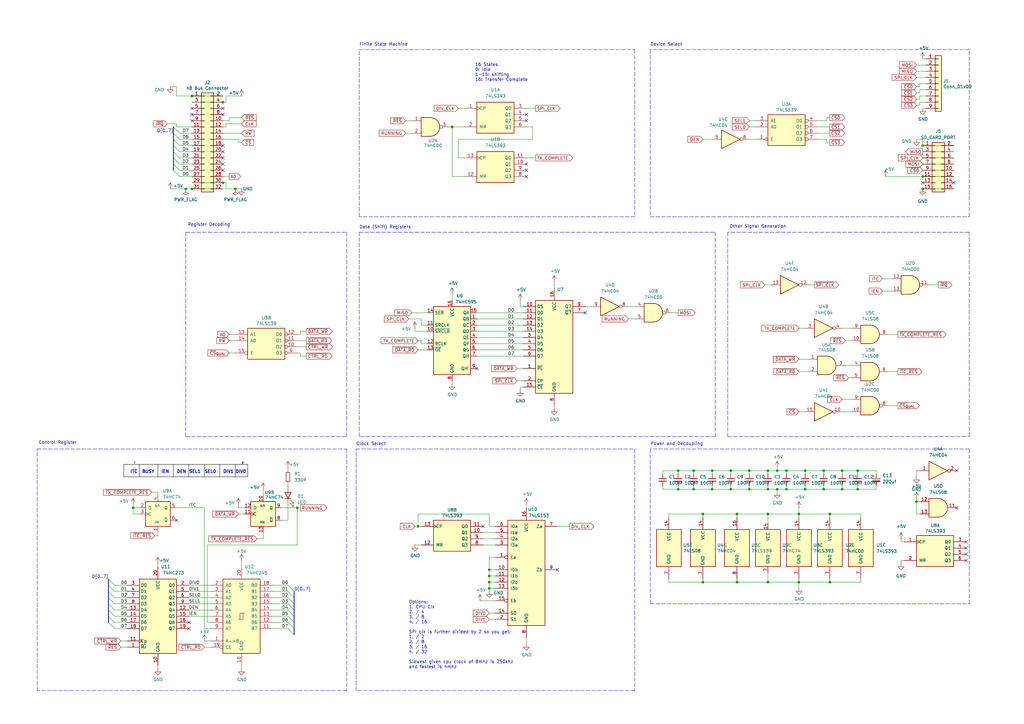
<source format=kicad_sch>
(kicad_sch (version 20231120) (generator "eeschema") (generator_version "8.0")
  (paper "A3")
  (junction (at 378.46 77.47))
  (junction (at 292.1 200.66))
  (junction (at 314.96 193.04))
  (junction (at 299.72 193.04))
  (junction (at 200.66 238.76))
  (junction (at 322.58 200.66))
  (junction (at 340.36 238.76))
  (junction (at 121.92 208.28))
  (junction (at 330.2 200.66))
  (junction (at 54.61 208.28))
  (junction (at 278.13 193.04))
  (junction (at 351.79 200.66))
  (junction (at 299.72 200.66))
  (junction (at 200.66 233.68))
  (junction (at 302.26 238.76))
  (junction (at 375.92 205.74))
  (junction (at 337.82 193.04))
  (junction (at 78.74 77.47))
  (junction (at 288.29 238.76))
  (junction (at 76.2 77.47))
  (junction (at 314.96 200.66))
  (junction (at 288.29 210.82))
  (junction (at 284.48 193.04))
  (junction (at 91.44 41.91))
  (junction (at 314.96 210.82))
  (junction (at 171.45 215.9))
  (junction (at 200.66 241.3))
  (junction (at 330.2 193.04))
  (junction (at 378.46 72.39))
  (junction (at 302.26 210.82))
  (junction (at 200.66 236.22))
  (junction (at 318.77 193.04))
  (junction (at 278.13 200.66))
  (junction (at 307.34 193.04))
  (junction (at 307.34 200.66))
  (junction (at 91.44 74.93))
  (junction (at 314.96 238.76))
  (junction (at 351.79 193.04))
  (junction (at 345.44 200.66))
  (junction (at 318.77 200.66))
  (junction (at 345.44 193.04))
  (junction (at 378.46 59.69))
  (junction (at 292.1 193.04))
  (junction (at 96.52 77.47))
  (junction (at 340.36 210.82))
  (junction (at 185.42 52.07))
  (junction (at 327.66 210.82))
  (junction (at 284.48 200.66))
  (junction (at 337.82 200.66))
  (junction (at 78.74 39.37))
  (junction (at 322.58 193.04))
  (junction (at 327.66 238.76))
  (no_connect (at 378.46 74.93))
  (no_connect (at 195.58 151.13))
  (no_connect (at 91.44 59.69))
  (no_connect (at 215.9 46.99))
  (no_connect (at 391.16 74.93))
  (no_connect (at 91.44 46.99))
  (no_connect (at 396.24 222.25))
  (no_connect (at 78.74 44.45))
  (no_connect (at 215.9 69.85))
  (no_connect (at 72.39 213.36))
  (no_connect (at 215.9 49.53))
  (no_connect (at 396.24 227.33))
  (no_connect (at 91.44 62.23))
  (no_connect (at 78.74 46.99))
  (no_connect (at 215.9 67.31))
  (no_connect (at 91.44 44.45))
  (no_connect (at 78.74 49.53))
  (no_connect (at 91.44 64.77))
  (no_connect (at 392.43 193.04))
  (no_connect (at 77.47 255.27))
  (no_connect (at 228.6 233.68))
  (no_connect (at 198.12 215.9))
  (no_connect (at 91.44 67.31))
  (no_connect (at 77.47 257.81))
  (no_connect (at 396.24 229.87))
  (no_connect (at 240.03 128.27))
  (no_connect (at 396.24 224.79))
  (no_connect (at 215.9 72.39))
  (no_connect (at 91.44 69.85))
  (no_connect (at 392.43 208.28))
  (bus_entry (at 44.45 237.49) (size 2.54 2.54))
  (bus_entry (at 73.66 69.85) (size -2.54 -2.54))
  (bus_entry (at 73.66 62.23) (size -2.54 -2.54))
  (bus_entry (at 118.11 250.19) (size 2.54 2.54))
  (bus_entry (at 44.45 242.57) (size 2.54 2.54))
  (bus_entry (at 118.11 242.57) (size 2.54 2.54))
  (bus_entry (at 118.11 245.11) (size 2.54 2.54))
  (bus_entry (at 73.66 54.61) (size -2.54 -2.54))
  (bus_entry (at 73.66 57.15) (size -2.54 -2.54))
  (bus_entry (at 118.11 247.65) (size 2.54 2.54))
  (bus_entry (at 44.45 250.19) (size 2.54 2.54))
  (bus_entry (at 118.11 252.73) (size 2.54 2.54))
  (bus_entry (at 44.45 252.73) (size 2.54 2.54))
  (bus_entry (at 73.66 64.77) (size -2.54 -2.54))
  (bus_entry (at 44.45 255.27) (size 2.54 2.54))
  (bus_entry (at 118.11 240.03) (size 2.54 2.54))
  (bus_entry (at 118.11 255.27) (size 2.54 2.54))
  (bus_entry (at 118.11 257.81) (size 2.54 2.54))
  (bus_entry (at 73.66 59.69) (size -2.54 -2.54))
  (bus_entry (at 73.66 67.31) (size -2.54 -2.54))
  (bus_entry (at 44.45 245.11) (size 2.54 2.54))
  (bus_entry (at 73.66 72.39) (size -2.54 -2.54))
  (bus_entry (at 44.45 247.65) (size 2.54 2.54))
  (bus_entry (at 44.45 240.03) (size 2.54 2.54))
  (wire (pts (xy 378.46 62.23) (xy 391.16 62.23)))
  (wire (pts (xy 361.95 114.3) (xy 365.76 114.3)))
  (wire (pts (xy 185.42 72.39) (xy 185.42 52.07)))
  (wire (pts (xy 215.9 207.01) (xy 215.9 208.28)))
  (wire (pts (xy 347.98 154.94) (xy 349.25 154.94)))
  (wire (pts (xy 77.47 245.11) (xy 86.36 245.11)))
  (polyline (pts (xy 15.24 184.15) (xy 142.24 184.15)) (stroke (width 0) (type dash)))
  (wire (pts (xy 111.76 242.57) (xy 118.11 242.57)))
  (wire (pts (xy 203.2 238.76) (xy 200.66 238.76)))
  (wire (pts (xy 77.47 240.03) (xy 86.36 240.03)))
  (wire (pts (xy 121.92 208.28) (xy 123.19 208.28)))
  (wire (pts (xy 327.66 238.76) (xy 340.36 238.76)))
  (wire (pts (xy 46.99 240.03) (xy 52.07 240.03)))
  (wire (pts (xy 271.78 200.66) (xy 278.13 200.66)))
  (wire (pts (xy 318.77 193.04) (xy 322.58 193.04)))
  (wire (pts (xy 284.48 193.04) (xy 284.48 194.31)))
  (wire (pts (xy 314.96 238.76) (xy 327.66 238.76)))
  (wire (pts (xy 278.13 199.39) (xy 278.13 200.66)))
  (wire (pts (xy 167.64 130.81) (xy 172.72 130.81)))
  (wire (pts (xy 335.28 54.61) (xy 340.36 54.61)))
  (wire (pts (xy 215.9 64.77) (xy 219.71 64.77)))
  (wire (pts (xy 83.82 208.28) (xy 83.82 257.81)))
  (polyline (pts (xy 266.7 20.32) (xy 266.7 88.9)) (stroke (width 0) (type dash)))
  (wire (pts (xy 171.45 143.51) (xy 175.26 143.51)))
  (wire (pts (xy 314.96 214.63) (xy 314.96 210.82)))
  (wire (pts (xy 121.92 144.78) (xy 123.19 144.78)))
  (polyline (pts (xy 266.7 247.65) (xy 397.51 247.65)) (stroke (width 0) (type dash)))
  (polyline (pts (xy 397.51 88.9) (xy 397.51 20.32)) (stroke (width 0) (type dash)))
  (wire (pts (xy 314.96 193.04) (xy 314.96 194.31)))
  (wire (pts (xy 351.79 193.04) (xy 359.41 193.04)))
  (wire (pts (xy 166.37 54.61) (xy 168.91 54.61)))
  (wire (pts (xy 64.77 273.05) (xy 64.77 274.32)))
  (wire (pts (xy 121.92 208.28) (xy 121.92 223.52)))
  (bus (pts (xy 71.12 59.69) (xy 71.12 62.23)))
  (wire (pts (xy 187.96 64.77) (xy 190.5 64.77)))
  (wire (pts (xy 83.82 257.81) (xy 86.36 257.81)))
  (wire (pts (xy 77.47 252.73) (xy 86.36 252.73)))
  (wire (pts (xy 377.19 40.64) (xy 377.19 39.37)))
  (polyline (pts (xy 64.77 190.5) (xy 64.77 195.58)) (stroke (width 0) (type solid) (color 0 0 0 1)))
  (wire (pts (xy 275.59 128.27) (xy 278.13 128.27)))
  (wire (pts (xy 115.57 208.28) (xy 121.92 208.28)))
  (wire (pts (xy 92.71 52.07) (xy 92.71 50.8)))
  (wire (pts (xy 195.58 138.43) (xy 214.63 138.43)))
  (wire (pts (xy 97.79 57.15) (xy 97.79 58.42)))
  (wire (pts (xy 378.46 59.69) (xy 391.16 59.69)))
  (wire (pts (xy 54.61 210.82) (xy 54.61 208.28)))
  (polyline (pts (xy 142.24 283.21) (xy 15.24 283.21)) (stroke (width 0) (type dash)))
  (wire (pts (xy 91.44 74.93) (xy 92.71 74.93)))
  (wire (pts (xy 278.13 193.04) (xy 284.48 193.04)))
  (wire (pts (xy 274.32 212.09) (xy 274.32 210.82)))
  (wire (pts (xy 215.9 52.07) (xy 218.44 52.07)))
  (wire (pts (xy 203.2 215.9) (xy 200.66 215.9)))
  (wire (pts (xy 72.39 50.8) (xy 68.58 50.8)))
  (bus (pts (xy 71.12 54.61) (xy 71.12 57.15)))
  (bus (pts (xy 44.45 250.19) (xy 44.45 252.73)))
  (wire (pts (xy 330.2 193.04) (xy 337.82 193.04)))
  (wire (pts (xy 111.76 240.03) (xy 118.11 240.03)))
  (wire (pts (xy 299.72 200.66) (xy 307.34 200.66)))
  (wire (pts (xy 314.96 200.66) (xy 318.77 200.66)))
  (wire (pts (xy 91.44 49.53) (xy 93.98 49.53)))
  (wire (pts (xy 99.06 229.87) (xy 99.06 232.41)))
  (wire (pts (xy 377.19 41.91) (xy 379.73 41.91)))
  (wire (pts (xy 195.58 143.51) (xy 214.63 143.51)))
  (wire (pts (xy 292.1 199.39) (xy 292.1 200.66)))
  (wire (pts (xy 302.26 237.49) (xy 302.26 238.76)))
  (wire (pts (xy 72.39 35.56) (xy 69.85 35.56)))
  (wire (pts (xy 185.42 52.07) (xy 190.5 52.07)))
  (wire (pts (xy 327.66 210.82) (xy 327.66 212.09)))
  (wire (pts (xy 185.42 123.19) (xy 185.42 120.65)))
  (wire (pts (xy 78.74 64.77) (xy 73.66 64.77)))
  (wire (pts (xy 378.46 57.15) (xy 375.92 57.15)))
  (wire (pts (xy 335.28 52.07) (xy 340.36 52.07)))
  (wire (pts (xy 105.41 220.98) (xy 107.95 220.98)))
  (wire (pts (xy 190.5 72.39) (xy 185.42 72.39)))
  (wire (pts (xy 46.99 250.19) (xy 52.07 250.19)))
  (wire (pts (xy 271.78 193.04) (xy 278.13 193.04)))
  (wire (pts (xy 345.44 199.39) (xy 345.44 200.66)))
  (wire (pts (xy 274.32 237.49) (xy 274.32 238.76)))
  (polyline (pts (xy 71.12 190.5) (xy 71.12 195.58)) (stroke (width 0) (type solid) (color 0 0 0 1)))
  (wire (pts (xy 92.71 74.93) (xy 92.71 77.47)))
  (wire (pts (xy 184.15 52.07) (xy 185.42 52.07)))
  (wire (pts (xy 361.95 119.38) (xy 365.76 119.38)))
  (wire (pts (xy 213.36 158.75) (xy 213.36 160.02)))
  (bus (pts (xy 120.65 255.27) (xy 120.65 257.81)))
  (wire (pts (xy 299.72 193.04) (xy 307.34 193.04)))
  (wire (pts (xy 78.74 54.61) (xy 73.66 54.61)))
  (wire (pts (xy 369.57 222.25) (xy 370.84 222.25)))
  (wire (pts (xy 92.71 39.37) (xy 99.06 39.37)))
  (wire (pts (xy 77.47 242.57) (xy 86.36 242.57)))
  (wire (pts (xy 121.92 142.24) (xy 125.73 142.24)))
  (wire (pts (xy 54.61 208.28) (xy 54.61 207.01)))
  (wire (pts (xy 327.66 210.82) (xy 340.36 210.82)))
  (wire (pts (xy 299.72 199.39) (xy 299.72 200.66)))
  (polyline (pts (xy 147.32 88.9) (xy 147.32 20.32)) (stroke (width 0) (type dash)))
  (wire (pts (xy 307.34 57.15) (xy 309.88 57.15)))
  (wire (pts (xy 195.58 130.81) (xy 214.63 130.81)))
  (bus (pts (xy 44.45 240.03) (xy 44.45 242.57)))
  (wire (pts (xy 381 116.84) (xy 384.81 116.84)))
  (wire (pts (xy 375.92 40.64) (xy 377.19 40.64)))
  (wire (pts (xy 288.29 212.09) (xy 288.29 210.82)))
  (wire (pts (xy 377.19 193.04) (xy 375.92 193.04)))
  (polyline (pts (xy 397.51 179.07) (xy 397.51 95.25)) (stroke (width 0) (type dash)))
  (polyline (pts (xy 298.45 95.25) (xy 298.45 179.07)) (stroke (width 0) (type dash)))
  (wire (pts (xy 123.19 135.89) (xy 125.73 135.89)))
  (wire (pts (xy 340.36 210.82) (xy 353.06 210.82)))
  (wire (pts (xy 377.19 210.82) (xy 375.92 210.82)))
  (wire (pts (xy 215.9 44.45) (xy 219.71 44.45)))
  (wire (pts (xy 195.58 146.05) (xy 214.63 146.05)))
  (polyline (pts (xy 90.17 190.5) (xy 90.17 195.58)) (stroke (width 0) (type solid) (color 0 0 0 1)))
  (wire (pts (xy 172.72 133.35) (xy 175.26 133.35)))
  (wire (pts (xy 170.18 215.9) (xy 171.45 215.9)))
  (wire (pts (xy 93.98 144.78) (xy 96.52 144.78)))
  (polyline (pts (xy 146.05 184.15) (xy 260.35 184.15)) (stroke (width 0) (type dash)))
  (bus (pts (xy 44.45 245.11) (xy 44.45 247.65)))
  (wire (pts (xy 240.03 125.73) (xy 242.57 125.73)))
  (wire (pts (xy 203.2 246.38) (xy 196.85 246.38)))
  (wire (pts (xy 327.66 241.3) (xy 327.66 238.76)))
  (wire (pts (xy 369.57 229.87) (xy 369.57 231.14)))
  (wire (pts (xy 339.09 58.42) (xy 340.36 58.42)))
  (wire (pts (xy 83.82 262.89) (xy 86.36 262.89)))
  (wire (pts (xy 97.79 208.28) (xy 97.79 207.01)))
  (wire (pts (xy 170.18 135.89) (xy 170.18 134.62)))
  (wire (pts (xy 379.73 39.37) (xy 377.19 39.37)))
  (wire (pts (xy 85.09 223.52) (xy 121.92 223.52)))
  (wire (pts (xy 327.66 210.82) (xy 327.66 208.28)))
  (wire (pts (xy 364.49 137.16) (xy 368.3 137.16)))
  (wire (pts (xy 345.44 193.04) (xy 345.44 194.31)))
  (bus (pts (xy 44.45 242.57) (xy 44.45 245.11)))
  (wire (pts (xy 364.49 166.37) (xy 368.3 166.37)))
  (polyline (pts (xy 260.35 88.9) (xy 147.32 88.9)) (stroke (width 0) (type dash)))
  (wire (pts (xy 345.44 163.83) (xy 349.25 163.83)))
  (wire (pts (xy 118.11 207.01) (xy 118.11 213.36)))
  (wire (pts (xy 200.66 238.76) (xy 200.66 241.3)))
  (wire (pts (xy 72.39 52.07) (xy 72.39 50.8)))
  (wire (pts (xy 97.79 58.42) (xy 99.06 58.42)))
  (wire (pts (xy 375.92 205.74) (xy 377.19 205.74)))
  (wire (pts (xy 314.96 199.39) (xy 314.96 200.66)))
  (wire (pts (xy 72.39 208.28) (xy 83.82 208.28)))
  (wire (pts (xy 327.66 152.4) (xy 331.47 152.4)))
  (wire (pts (xy 274.32 238.76) (xy 288.29 238.76)))
  (wire (pts (xy 292.1 193.04) (xy 299.72 193.04)))
  (wire (pts (xy 370.84 229.87) (xy 369.57 229.87)))
  (polyline (pts (xy 260.35 184.15) (xy 260.35 283.21)) (stroke (width 0) (type dash)))
  (wire (pts (xy 322.58 193.04) (xy 330.2 193.04)))
  (bus (pts (xy 120.65 245.11) (xy 120.65 247.65)))
  (wire (pts (xy 377.19 35.56) (xy 375.92 35.56)))
  (wire (pts (xy 353.06 210.82) (xy 353.06 212.09)))
  (wire (pts (xy 337.82 200.66) (xy 345.44 200.66)))
  (wire (pts (xy 212.09 156.21) (xy 214.63 156.21)))
  (wire (pts (xy 200.66 210.82) (xy 171.45 210.82)))
  (wire (pts (xy 345.44 168.91) (xy 349.25 168.91)))
  (wire (pts (xy 378.46 57.15) (xy 378.46 59.69)))
  (wire (pts (xy 278.13 200.66) (xy 284.48 200.66)))
  (wire (pts (xy 187.96 57.15) (xy 187.96 64.77)))
  (wire (pts (xy 337.82 193.04) (xy 337.82 194.31)))
  (wire (pts (xy 227.33 118.11) (xy 227.33 115.57)))
  (wire (pts (xy 172.72 223.52) (xy 170.18 223.52)))
  (wire (pts (xy 351.79 193.04) (xy 351.79 194.31)))
  (wire (pts (xy 379.73 34.29) (xy 377.19 34.29)))
  (wire (pts (xy 93.98 139.7) (xy 96.52 139.7)))
  (wire (pts (xy 200.66 254) (xy 203.2 254)))
  (wire (pts (xy 121.92 137.16) (xy 123.19 137.16)))
  (wire (pts (xy 203.2 233.68) (xy 200.66 233.68)))
  (wire (pts (xy 93.98 137.16) (xy 96.52 137.16)))
  (wire (pts (xy 340.36 238.76) (xy 353.06 238.76)))
  (polyline (pts (xy 146.05 283.21) (xy 146.05 184.15)) (stroke (width 0) (type dash)))
  (wire (pts (xy 93.98 48.26) (xy 99.06 48.26)))
  (bus (pts (xy 120.65 242.57) (xy 120.65 245.11)))
  (wire (pts (xy 77.47 250.19) (xy 86.36 250.19)))
  (bus (pts (xy 71.12 67.31) (xy 71.12 69.85)))
  (polyline (pts (xy 50.8 190.5) (xy 101.6 190.5)) (stroke (width 0) (type solid) (color 0 0 0 1)))
  (wire (pts (xy 345.44 193.04) (xy 351.79 193.04)))
  (wire (pts (xy 363.22 72.39) (xy 378.46 72.39)))
  (polyline (pts (xy 76.2 95.25) (xy 142.24 95.25)) (stroke (width 0) (type dash)))
  (wire (pts (xy 111.76 257.81) (xy 118.11 257.81)))
  (wire (pts (xy 335.28 49.53) (xy 339.09 49.53)))
  (wire (pts (xy 339.09 57.15) (xy 339.09 58.42)))
  (wire (pts (xy 78.74 69.85) (xy 73.66 69.85)))
  (wire (pts (xy 218.44 52.07) (xy 218.44 57.15)))
  (wire (pts (xy 91.44 72.39) (xy 93.98 72.39)))
  (wire (pts (xy 378.46 69.85) (xy 391.16 69.85)))
  (wire (pts (xy 292.1 193.04) (xy 292.1 194.31)))
  (wire (pts (xy 203.2 228.6) (xy 200.66 228.6)))
  (wire (pts (xy 46.99 247.65) (xy 52.07 247.65)))
  (polyline (pts (xy 101.6 190.5) (xy 101.6 195.58)) (stroke (width 0) (type solid) (color 0 0 0 1)))
  (wire (pts (xy 52.07 265.43) (xy 49.53 265.43)))
  (wire (pts (xy 375.92 43.18) (xy 377.19 43.18)))
  (wire (pts (xy 86.36 255.27) (xy 85.09 255.27)))
  (wire (pts (xy 314.96 234.95) (xy 314.96 238.76)))
  (wire (pts (xy 166.37 49.53) (xy 168.91 49.53)))
  (wire (pts (xy 284.48 193.04) (xy 292.1 193.04)))
  (wire (pts (xy 123.19 137.16) (xy 123.19 135.89)))
  (wire (pts (xy 69.85 77.47) (xy 76.2 77.47)))
  (wire (pts (xy 330.2 193.04) (xy 330.2 194.31)))
  (wire (pts (xy 288.29 210.82) (xy 302.26 210.82)))
  (wire (pts (xy 72.39 39.37) (xy 78.74 39.37)))
  (wire (pts (xy 340.36 237.49) (xy 340.36 238.76)))
  (wire (pts (xy 78.74 74.93) (xy 91.44 74.93)))
  (wire (pts (xy 318.77 191.77) (xy 318.77 193.04)))
  (wire (pts (xy 213.36 123.19) (xy 213.36 125.73)))
  (wire (pts (xy 288.29 57.15) (xy 292.1 57.15)))
  (wire (pts (xy 327.66 238.76) (xy 327.66 237.49)))
  (wire (pts (xy 78.74 77.47) (xy 91.44 77.47)))
  (wire (pts (xy 111.76 252.73) (xy 118.11 252.73)))
  (wire (pts (xy 335.28 57.15) (xy 339.09 57.15)))
  (wire (pts (xy 379.73 31.75) (xy 375.92 31.75)))
  (wire (pts (xy 288.29 237.49) (xy 288.29 238.76)))
  (wire (pts (xy 107.95 200.66) (xy 107.95 203.2)))
  (wire (pts (xy 85.09 223.52) (xy 85.09 255.27)))
  (polyline (pts (xy 147.32 20.32) (xy 260.35 20.32)) (stroke (width 0) (type dash)))
  (wire (pts (xy 195.58 128.27) (xy 214.63 128.27)))
  (wire (pts (xy 171.45 215.9) (xy 172.72 215.9)))
  (polyline (pts (xy 77.47 190.5) (xy 77.47 195.58)) (stroke (width 0) (type solid) (color 0 0 0 1)))
  (wire (pts (xy 200.66 233.68) (xy 200.66 236.22)))
  (wire (pts (xy 330.2 200.66) (xy 337.82 200.66)))
  (wire (pts (xy 327.66 168.91) (xy 330.2 168.91)))
  (wire (pts (xy 369.57 220.98) (xy 369.57 222.25)))
  (polyline (pts (xy 260.35 20.32) (xy 260.35 88.9)) (stroke (width 0) (type dash)))
  (wire (pts (xy 379.73 29.21) (xy 375.92 29.21)))
  (wire (pts (xy 78.74 57.15) (xy 73.66 57.15)))
  (wire (pts (xy 318.77 200.66) (xy 322.58 200.66)))
  (wire (pts (xy 331.47 116.84) (xy 334.01 116.84)))
  (bus (pts (xy 71.12 57.15) (xy 71.12 59.69)))
  (wire (pts (xy 377.19 34.29) (xy 377.19 35.56)))
  (wire (pts (xy 215.9 264.16) (xy 215.9 261.62)))
  (wire (pts (xy 318.77 200.66) (xy 318.77 201.93)))
  (wire (pts (xy 307.34 200.66) (xy 314.96 200.66)))
  (wire (pts (xy 96.52 77.47) (xy 99.06 77.47)))
  (wire (pts (xy 375.92 193.04) (xy 375.92 195.58)))
  (bus (pts (xy 44.45 247.65) (xy 44.45 250.19)))
  (wire (pts (xy 200.66 251.46) (xy 203.2 251.46)))
  (wire (pts (xy 377.19 36.83) (xy 377.19 38.1)))
  (wire (pts (xy 314.96 193.04) (xy 318.77 193.04)))
  (wire (pts (xy 57.15 210.82) (xy 54.61 210.82)))
  (wire (pts (xy 118.11 191.77) (xy 118.11 193.04)))
  (polyline (pts (xy 96.52 190.5) (xy 96.52 195.58)) (stroke (width 0) (type solid) (color 0 0 0 1)))
  (wire (pts (xy 92.71 50.8) (xy 99.06 50.8)))
  (polyline (pts (xy 397.51 95.25) (xy 298.45 95.25)) (stroke (width 0) (type dash)))
  (wire (pts (xy 107.95 220.98) (xy 107.95 218.44)))
  (wire (pts (xy 292.1 200.66) (xy 299.72 200.66)))
  (wire (pts (xy 83.82 265.43) (xy 86.36 265.43)))
  (wire (pts (xy 172.72 130.81) (xy 172.72 133.35)))
  (wire (pts (xy 171.45 210.82) (xy 171.45 215.9)))
  (wire (pts (xy 322.58 193.04) (xy 322.58 194.31)))
  (wire (pts (xy 78.74 41.91) (xy 91.44 41.91)))
  (polyline (pts (xy 147.32 95.25) (xy 293.37 95.25)) (stroke (width 0) (type dash)))
  (wire (pts (xy 198.12 218.44) (xy 203.2 218.44)))
  (wire (pts (xy 195.58 133.35) (xy 214.63 133.35)))
  (wire (pts (xy 322.58 200.66) (xy 330.2 200.66)))
  (polyline (pts (xy 293.37 95.25) (xy 293.37 179.07)) (stroke (width 0) (type dash)))
  (wire (pts (xy 123.19 144.78) (xy 123.19 146.05)))
  (wire (pts (xy 212.09 151.13) (xy 214.63 151.13)))
  (wire (pts (xy 327.66 147.32) (xy 331.47 147.32)))
  (wire (pts (xy 62.23 201.93) (xy 64.77 201.93)))
  (wire (pts (xy 203.2 236.22) (xy 200.66 236.22)))
  (wire (pts (xy 351.79 200.66) (xy 359.41 200.66)))
  (wire (pts (xy 284.48 200.66) (xy 292.1 200.66)))
  (polyline (pts (xy 142.24 95.25) (xy 142.24 179.07)) (stroke (width 0) (type dash)))
  (wire (pts (xy 64.77 219.71) (xy 64.77 218.44)))
  (wire (pts (xy 346.71 139.7) (xy 349.25 139.7)))
  (wire (pts (xy 213.36 125.73) (xy 214.63 125.73)))
  (bus (pts (xy 44.45 252.73) (xy 44.45 255.27)))
  (polyline (pts (xy 50.8 195.58) (xy 50.8 190.5)) (stroke (width 0) (type solid) (color 0 0 0 1)))
  (wire (pts (xy 92.71 77.47) (xy 96.52 77.47)))
  (wire (pts (xy 351.79 199.39) (xy 351.79 200.66)))
  (bus (pts (xy 71.12 62.23) (xy 71.12 64.77)))
  (wire (pts (xy 346.71 149.86) (xy 349.25 149.86)))
  (wire (pts (xy 337.82 193.04) (xy 345.44 193.04)))
  (wire (pts (xy 314.96 210.82) (xy 327.66 210.82)))
  (bus (pts (xy 71.12 52.07) (xy 71.12 54.61)))
  (polyline (pts (xy 57.15 190.5) (xy 57.15 195.58)) (stroke (width 0) (type solid) (color 0 0 0 1)))
  (wire (pts (xy 76.2 77.47) (xy 78.74 77.47)))
  (wire (pts (xy 198.12 220.98) (xy 203.2 220.98)))
  (wire (pts (xy 353.06 237.49) (xy 353.06 238.76)))
  (wire (pts (xy 77.47 247.65) (xy 86.36 247.65)))
  (wire (pts (xy 257.81 125.73) (xy 260.35 125.73)))
  (polyline (pts (xy 76.2 179.07) (xy 76.2 95.25)) (stroke (width 0) (type dash)))
  (wire (pts (xy 378.46 72.39) (xy 391.16 72.39)))
  (polyline (pts (xy 101.6 195.58) (xy 50.8 195.58)) (stroke (width 0) (type solid) (color 0 0 0 1)))
  (polyline (pts (xy 397.51 20.32) (xy 266.7 20.32)) (stroke (width 0) (type dash)))
  (bus (pts (xy 120.65 252.73) (xy 120.65 255.27)))
  (wire (pts (xy 118.11 198.12) (xy 118.11 199.39)))
  (wire (pts (xy 172.72 140.97) (xy 175.26 140.97)))
  (wire (pts (xy 302.26 210.82) (xy 314.96 210.82)))
  (polyline (pts (xy 76.2 179.07) (xy 142.24 179.07)) (stroke (width 0) (type dash)))
  (wire (pts (xy 78.74 67.31) (xy 73.66 67.31)))
  (wire (pts (xy 307.34 193.04) (xy 307.34 194.31)))
  (wire (pts (xy 91.44 52.07) (xy 92.71 52.07)))
  (wire (pts (xy 327.66 134.62) (xy 330.2 134.62)))
  (polyline (pts (xy 147.32 179.07) (xy 147.32 95.25)) (stroke (width 0) (type dash)))
  (wire (pts (xy 337.82 199.39) (xy 337.82 200.66)))
  (wire (pts (xy 63.5 219.71) (xy 64.77 219.71)))
  (wire (pts (xy 330.2 199.39) (xy 330.2 200.66)))
  (polyline (pts (xy 298.45 179.07) (xy 397.51 179.07)) (stroke (width 0) (type dash)))
  (wire (pts (xy 299.72 193.04) (xy 299.72 194.31)))
  (bus (pts (xy 120.65 247.65) (xy 120.65 250.19)))
  (wire (pts (xy 378.46 64.77) (xy 391.16 64.77)))
  (wire (pts (xy 91.44 54.61) (xy 99.06 54.61)))
  (wire (pts (xy 46.99 252.73) (xy 52.07 252.73)))
  (wire (pts (xy 322.58 199.39) (xy 322.58 200.66)))
  (wire (pts (xy 340.36 210.82) (xy 340.36 212.09)))
  (wire (pts (xy 78.74 62.23) (xy 73.66 62.23)))
  (wire (pts (xy 345.44 200.66) (xy 351.79 200.66)))
  (wire (pts (xy 91.44 57.15) (xy 97.79 57.15)))
  (wire (pts (xy 78.74 72.39) (xy 73.66 72.39)))
  (wire (pts (xy 227.33 167.64) (xy 227.33 166.37)))
  (polyline (pts (xy 83.82 190.5) (xy 83.82 195.58)) (stroke (width 0) (type solid) (color 0 0 0 1)))
  (wire (pts (xy 257.81 130.81) (xy 260.35 130.81)))
  (wire (pts (xy 46.99 257.81) (xy 52.07 257.81)))
  (wire (pts (xy 200.66 236.22) (xy 200.66 238.76)))
  (wire (pts (xy 339.09 48.26) (xy 340.36 48.26)))
  (wire (pts (xy 359.41 200.66) (xy 359.41 199.39)))
  (wire (pts (xy 379.73 26.67) (xy 375.92 26.67)))
  (wire (pts (xy 378.46 67.31) (xy 391.16 67.31)))
  (wire (pts (xy 46.99 255.27) (xy 52.07 255.27)))
  (wire (pts (xy 172.72 139.7) (xy 172.72 140.97)))
  (wire (pts (xy 200.66 215.9) (xy 200.66 210.82)))
  (wire (pts (xy 91.44 41.91) (xy 92.71 41.91)))
  (wire (pts (xy 302.26 212.09) (xy 302.26 210.82)))
  (bus (pts (xy 120.65 257.81) (xy 120.65 260.35)))
  (wire (pts (xy 49.53 262.89) (xy 52.07 262.89)))
  (wire (pts (xy 375.92 205.74) (xy 375.92 210.82)))
  (bus (pts (xy 44.45 237.49) (xy 44.45 240.03)))
  (polyline (pts (xy 266.7 184.15) (xy 266.7 247.65)) (stroke (width 0) (type dash)))
  (wire (pts (xy 274.32 210.82) (xy 288.29 210.82)))
  (wire (pts (xy 345.44 134.62) (xy 349.25 134.62)))
  (wire (pts (xy 377.19 43.18) (xy 377.19 41.91)))
  (wire (pts (xy 313.69 116.84) (xy 316.23 116.84)))
  (wire (pts (xy 92.71 41.91) (xy 92.71 39.37)))
  (wire (pts (xy 187.96 44.45) (xy 190.5 44.45)))
  (wire (pts (xy 377.19 38.1) (xy 375.92 38.1)))
  (wire (pts (xy 93.98 49.53) (xy 93.98 48.26)))
  (wire (pts (xy 278.13 193.04) (xy 278.13 194.31)))
  (wire (pts (xy 359.41 193.04) (xy 359.41 194.31)))
  (wire (pts (xy 111.76 250.19) (xy 118.11 250.19)))
  (wire (pts (xy 64.77 231.14) (xy 64.77 232.41)))
  (wire (pts (xy 307.34 52.07) (xy 309.88 52.07)))
  (wire (pts (xy 200.66 228.6) (xy 200.66 233.68)))
  (wire (pts (xy 307.34 199.39) (xy 307.34 200.66)))
  (wire (pts (xy 111.76 255.27) (xy 118.11 255.27)))
  (wire (pts (xy 200.66 241.3) (xy 200.66 242.57)))
  (wire (pts (xy 378.46 24.13) (xy 379.73 24.13)))
  (polyline (pts (xy 293.37 179.07) (xy 147.32 179.07)) (stroke (width 0) (type dash)))
  (wire (pts (xy 46.99 245.11) (xy 52.07 245.11)))
  (polyline (pts (xy 397.51 247.65) (xy 397.51 184.15)) (stroke (width 0) (type dash)))
  (wire (pts (xy 118.11 213.36) (xy 115.57 213.36)))
  (wire (pts (xy 339.09 49.53) (xy 339.09 48.26)))
  (wire (pts (xy 214.63 158.75) (xy 213.36 158.75)))
  (wire (pts (xy 307.34 193.04) (xy 314.96 193.04)))
  (wire (pts (xy 195.58 140.97) (xy 214.63 140.97)))
  (wire (pts (xy 375.92 204.47) (xy 375.92 205.74)))
  (wire (pts (xy 378.46 77.47) (xy 391.16 77.47)))
  (wire (pts (xy 78.74 52.07) (xy 72.39 52.07)))
  (wire (pts (xy 99.06 273.05) (xy 99.06 274.32)))
  (polyline (pts (xy 397.51 184.15) (xy 266.7 184.15)) (stroke (width 0) (type dash)))
  (polyline (pts (xy 260.35 283.21) (xy 146.05 283.21)) (stroke (width 0) (type dash)))
  (wire (pts (xy 100.33 208.28) (xy 97.79 208.28)))
  (wire (pts (xy 307.34 49.53) (xy 309.88 49.53)))
  (wire (pts (xy 64.77 201.93) (xy 64.77 203.2)))
  (wire (pts (xy 288.29 238.76) (xy 302.26 238.76)))
  (wire (pts (xy 78.74 39.37) (xy 91.44 39.37)))
  (wire (pts (xy 378.46 44.45) (xy 379.73 44.45)))
  (wire (pts (xy 302.26 238.76) (xy 314.96 238.76)))
  (wire (pts (xy 121.92 139.7) (xy 125.73 139.7)))
  (wire (pts (xy 72.39 39.37) (xy 72.39 35.56)))
  (wire (pts (xy 271.78 194.31) (xy 271.78 193.04)))
  (wire (pts (xy 175.26 135.89) (xy 170.18 135.89)))
  (bus (pts (xy 120.65 250.19) (xy 120.65 252.73)))
  (wire (pts (xy 171.45 139.7) (xy 172.72 139.7)))
  (wire (pts (xy 185.42 156.21) (xy 185.42 157.48)))
  (wire (pts (xy 78.74 59.69) (xy 73.66 59.69)))
  (polyline (pts (xy 15.24 283.21) (xy 15.24 184.15)) (stroke (width 0) (type dash)))
  (wire (pts (xy 284.48 199.39) (xy 284.48 200.66)))
  (wire (pts (xy 364.49 152.4) (xy 368.3 152.4)))
  (polyline (pts (xy 142.24 184.15) (xy 142.24 283.21)) (stroke (width 0) (type dash)))
  (wire (pts (xy 203.2 241.3) (xy 200.66 241.3)))
  (wire (pts (xy 168.91 128.27) (xy 175.26 128.27)))
  (wire (pts (xy 111.76 245.11) (xy 118.11 245.11)))
  (wire (pts (xy 271.78 199.39) (xy 271.78 200.66)))
  (polyline (pts (xy 266.7 88.9) (xy 397.51 88.9)) (stroke (width 0) (type dash)))
  (wire (pts (xy 57.15 208.28) (xy 54.61 208.28)))
  (wire (pts (xy 97.79 210.82) (xy 100.33 210.82)))
  (wire (pts (xy 123.19 146.05) (xy 125.73 146.05)))
  (wire (pts (xy 218.44 57.15) (xy 187.96 57.15)))
  (wire (pts (xy 195.58 135.89) (xy 214.63 135.89)))
  (bus (pts (xy 71.12 64.77) (xy 71.12 67.31)))
  (wire (pts (xy 46.99 242.57) (xy 52.07 242.57)))
  (wire (pts (xy 228.6 215.9) (xy 233.68 215.9)))
  (wire (pts (xy 198.12 223.52) (xy 203.2 223.52)))
  (wire (pts (xy 379.73 36.83) (xy 377.19 36.83)))
  (wire (pts (xy 111.76 247.65) (xy 118.11 247.65)))
  (text "Clock Select" (at 146.05 182.88 0) (effects (font (size 1.27 1.27)) (justify left bottom)))
  (text "ITC" (at 53.34 194.31 0) (effects (font (size 1.27 1.27) (thickness 0.254) (bold yes)) (justify left bottom)))
  (text "Control Register" (at 15.748 182.372 0) (effects (font (size 1.27 1.27)) (justify left bottom)))
  (text "DEN" (at 72.39 194.31 0) (effects (font (size 1.27 1.27) (thickness 0.254) (bold yes)) (justify left bottom)))
  (text "Other Signal Generation" (at 299.212 93.726 0) (effects (font (size 1.27 1.27)) (justify left bottom)))
  (text "Finite State Machine" (at 147.32 19.05 0) (effects (font (size 1.27 1.27)) (justify left bottom)))
  (text "IEN" (at 66.04 194.31 0) (effects (font (size 1.27 1.27) (thickness 0.254) (bold yes)) (justify left bottom)))
  (text "SEL0" (at 83.82 194.31 0) (effects (font (size 1.27 1.27) (thickness 0.254) (bold yes)) (justify left bottom)))
  (text "Power and Decoupling" (at 266.7 182.88 0) (effects (font (size 1.27 1.27)) (justify left bottom)))
  (text "DIV1" (at 91.44 194.31 0) (effects (font (size 1.27 1.27) (thickness 0.254) (bold yes)) (justify left bottom)))
  (text "Device Select" (at 266.7 19.05 0) (effects (font (size 1.27 1.27)) (justify left bottom)))
  (text "Options:\n1. CPU Clk\n2. / 4\n3. / 8\n4. / 16\n\nSPI clk is further divided by 2 so you get:\n1. / 2\n2. / 8\n3. / 16\n4. / 32\n\nSlowest given cpu clock of 8mhz is 250khz\nand fastest is 4mhz" (at 167.64 260.35 0) (effects (font (size 1.27 1.27)) (justify left)))
  (text "Register Decoding" (at 94.488 92.964 0) (effects (font (size 1.27 1.27)) (justify right bottom)))
  (text "Data (Shift) Registers" (at 147.32 93.98 0) (effects (font (size 1.27 1.27)) (justify left bottom)))
  (text "0" (at 99.06 190.5 0) (effects (font (size 0.762 0.762) (italic yes)) (justify left bottom)))
  (text "SEL1" (at 77.47 194.31 0) (effects (font (size 1.27 1.27) (thickness 0.254) (bold yes)) (justify left bottom)))
  (text "7" (at 54.61 190.5 0) (effects (font (size 0.762 0.762) (italic yes)) (justify left bottom)))
  (text "16 States\n0: Idle\n1-15: shifting\n16: Transfer Complete" (at 194.818 33.528 0) (effects (font (size 1.27 1.27) (thickness 0.1588)) (justify left bottom)))
  (text "DIV0" (at 96.52 194.31 0) (effects (font (size 1.27 1.27) (thickness 0.254) (bold yes)) (justify left bottom)))
  (text "BUSY" (at 58.166 194.31 0) (effects (font (size 1.27 1.27) (thickness 0.254) (bold yes)) (justify left bottom)))
  (label "D5" (at 49.53 252.73 0))
  (label "DIV0" (at 77.47 240.03 0))
  (label "D1" (at 208.28 130.81 0))
  (label "D2" (at 115.57 245.11 0))
  (label "D2" (at 77.47 67.31 180))
  (label "D1" (at 115.57 242.57 0))
  (label "D5" (at 115.57 252.73 0))
  (label "D0" (at 49.53 240.03 0))
  (label "ITC" (at 77.47 208.28 0))
  (label "SEL0" (at 77.47 245.11 0))
  (label "DEN" (at 77.47 250.19 0))
  (label "D3" (at 115.57 247.65 0))
  (label "D3" (at 49.53 247.65 0))
  (label "D1" (at 77.47 69.85 180))
  (label "D4" (at 115.57 250.19 0))
  (label "D5" (at 77.47 59.69 180))
  (label "IEN" (at 77.47 252.73 0))
  (label "D4" (at 77.47 62.23 180))
  (label "D6" (at 49.53 255.27 0))
  (label "DIV1" (at 77.47 242.57 0))
  (label "D[0..7]" (at 120.65 242.57 0))
  (label "D6" (at 208.28 143.51 0))
  (label "D[0..7]" (at 44.45 237.49 180))
  (label "D7" (at 208.28 146.05 0))
  (label "D2" (at 49.53 245.11 0))
  (label "D3" (at 208.28 135.89 0))
  (label "D2" (at 208.28 133.35 0))
  (label "D0" (at 115.57 240.03 0))
  (label "D6" (at 77.47 57.15 180))
  (label "D6" (at 115.57 255.27 0))
  (label "D0" (at 208.28 128.27 0))
  (label "D0" (at 77.47 72.39 180))
  (label "D7" (at 49.53 257.81 0))
  (label "D5" (at 208.28 140.97 0))
  (label "D4" (at 49.53 250.19 0))
  (label "D7" (at 115.57 257.81 0))
  (label "D4" (at 208.28 138.43 0))
  (label "D1" (at 49.53 242.57 0))
  (label "SEL1" (at 77.47 247.65 0))
  (label "D3" (at 77.47 64.77 180))
  (label "D7" (at 77.47 54.61 180))
  (label "D[0..7]" (at 71.12 54.61 180))
  (global_label "TX_COMPLETE" (shape input) (at 171.45 139.7 180) (property "Intersheetrefs" "${INTERSHEET_REFS}" (effects (hide yes))))
  (global_label "~{RES}" (shape input) (at 99.06 48.26 0) (property "Intersheetrefs" "${INTERSHEET_REFS}" (effects (hide yes))))
  (global_label "SPI_CLK" (shape input) (at 375.92 31.75 180) (property "Intersheetrefs" "${INTERSHEET_REFS}" (effects (hide yes))))
  (global_label "~{ITC_RES}" (shape input) (at 63.5 219.71 180) (property "Intersheetrefs" "${INTERSHEET_REFS}" (effects (hide yes))))
  (global_label "RUNNING" (shape input) (at 166.37 54.61 180) (property "Intersheetrefs" "${INTERSHEET_REFS}" (effects (hide yes))))
  (global_label "~{CS}_{QUAL}" (shape input) (at 93.98 144.78 180) (property "Intersheetrefs" "${INTERSHEET_REFS}" (effects (hide yes))))
  (global_label "DIV0" (shape input) (at 200.66 251.46 180) (property "Intersheetrefs" "${INTERSHEET_REFS}" (effects (hide yes))))
  (global_label "MISO" (shape input) (at 168.91 128.27 180) (property "Intersheetrefs" "${INTERSHEET_REFS}" (effects (hide yes))))
  (global_label "MISO" (shape input) (at 375.92 29.21 180) (property "Intersheetrefs" "${INTERSHEET_REFS}" (effects (hide yes))))
  (global_label "SPI_CLK" (shape output) (at 219.71 44.45 0) (property "Intersheetrefs" "${INTERSHEET_REFS}" (effects (hide yes))))
  (global_label "IEN" (shape input) (at 361.95 119.38 180) (property "Intersheetrefs" "${INTERSHEET_REFS}" (effects (hide yes))))
  (global_label "MISO" (shape output) (at 378.46 62.23 180) (property "Intersheetrefs" "${INTERSHEET_REFS}" (effects (hide yes))))
  (global_label "CLK" (shape input) (at 170.18 215.9 180) (property "Intersheetrefs" "${INTERSHEET_REFS}" (effects (hide yes))))
  (global_label "~{DATA_WR}" (shape output) (at 125.73 135.89 0) (property "Intersheetrefs" "${INTERSHEET_REFS}" (effects (hide yes))))
  (global_label "~{CS1}" (shape input) (at 375.92 38.1 180) (property "Intersheetrefs" "${INTERSHEET_REFS}" (effects (hide yes))))
  (global_label "R~{W}" (shape input) (at 93.98 139.7 180) (property "Intersheetrefs" "${INTERSHEET_REFS}" (effects (hide yes))))
  (global_label "~{CS0}" (shape input) (at 378.46 69.85 180) (property "Intersheetrefs" "${INTERSHEET_REFS}" (effects (hide yes))))
  (global_label "~{DATA_RD}" (shape input) (at 171.45 143.51 180) (property "Intersheetrefs" "${INTERSHEET_REFS}" (effects (hide yes))))
  (global_label "DIV_CLK" (shape output) (at 233.68 215.9 0) (property "Intersheetrefs" "${INTERSHEET_REFS}" (effects (hide yes))))
  (global_label "~{TX_COMPLETE_RES}" (shape input) (at 105.41 220.98 180) (property "Intersheetrefs" "${INTERSHEET_REFS}" (effects (hide yes))))
  (global_label "~{CS0}" (shape output) (at 340.36 48.26 0) (property "Intersheetrefs" "${INTERSHEET_REFS}" (effects (hide yes))))
  (global_label "~{SPI_CLK}" (shape output) (at 334.01 116.84 0) (property "Intersheetrefs" "${INTERSHEET_REFS}" (effects (hide yes))))
  (global_label "~{CS3}" (shape output) (at 340.36 58.42 0) (property "Intersheetrefs" "${INTERSHEET_REFS}" (effects (hide yes))))
  (global_label "~{DATA_WR}" (shape input) (at 97.79 210.82 180) (property "Intersheetrefs" "${INTERSHEET_REFS}" (effects (hide yes))))
  (global_label "~{CTRL_WR}" (shape input) (at 49.53 262.89 180) (property "Intersheetrefs" "${INTERSHEET_REFS}" (effects (hide yes))))
  (global_label "ITC" (shape input) (at 361.95 114.3 180) (property "Intersheetrefs" "${INTERSHEET_REFS}" (effects (hide yes))))
  (global_label "MOSI" (shape input) (at 375.92 26.67 180) (property "Intersheetrefs" "${INTERSHEET_REFS}" (effects (hide yes))))
  (global_label "MOSI" (shape output) (at 278.13 128.27 0) (property "Intersheetrefs" "${INTERSHEET_REFS}" (effects (hide yes))))
  (global_label "DIV1" (shape input) (at 200.66 254 180) (property "Intersheetrefs" "${INTERSHEET_REFS}" (effects (hide yes))))
  (global_label "R~{W}" (shape input) (at 99.06 54.61 0) (property "Intersheetrefs" "${INTERSHEET_REFS}" (effects (hide yes))))
  (global_label "~{CS2}" (shape input) (at 375.92 40.64 180) (property "Intersheetrefs" "${INTERSHEET_REFS}" (effects (hide yes))))
  (global_label "DEN" (shape input) (at 288.29 57.15 180) (property "Intersheetrefs" "${INTERSHEET_REFS}" (effects (hide yes))))
  (global_label "~{CS0}" (shape input) (at 375.92 35.56 180) (property "Intersheetrefs" "${INTERSHEET_REFS}" (effects (hide yes))))
  (global_label "TX_COMPLETE" (shape input) (at 327.66 134.62 180) (property "Intersheetrefs" "${INTERSHEET_REFS}" (effects (hide yes))))
  (global_label "~{CS2}" (shape output) (at 340.36 54.61 0) (property "Intersheetrefs" "${INTERSHEET_REFS}" (effects (hide yes))))
  (global_label "~{CTRL_RD}" (shape output) (at 125.73 146.05 0) (property "Intersheetrefs" "${INTERSHEET_REFS}" (effects (hide yes))))
  (global_label "SPI_CLK" (shape input) (at 313.69 116.84 180) (property "Intersheetrefs" "${INTERSHEET_REFS}" (effects (hide yes))))
  (global_label "CLK" (shape input) (at 99.06 50.8 0) (property "Intersheetrefs" "${INTERSHEET_REFS}" (effects (hide yes))))
  (global_label "~{CS1}" (shape output) (at 340.36 52.07 0) (property "Intersheetrefs" "${INTERSHEET_REFS}" (effects (hide yes))))
  (global_label "SEL1" (shape input) (at 307.34 49.53 180) (property "Intersheetrefs" "${INTERSHEET_REFS}" (effects (hide yes))))
  (global_label "A0" (shape input) (at 93.98 137.16 180) (property "Intersheetrefs" "${INTERSHEET_REFS}" (effects (hide yes))))
  (global_label "~{SPI_CLK}" (shape input) (at 212.09 156.21 180) (property "Intersheetrefs" "${INTERSHEET_REFS}" (effects (hide yes))))
  (global_label "~{CS3}" (shape input) (at 375.92 43.18 180) (property "Intersheetrefs" "${INTERSHEET_REFS}" (effects (hide yes))))
  (global_label "~{TX_COMPLETE_RES}" (shape output) (at 368.3 137.16 0) (property "Intersheetrefs" "${INTERSHEET_REFS}" (effects (hide yes))))
  (global_label "~{RES}" (shape input) (at 347.98 154.94 180) (property "Intersheetrefs" "${INTERSHEET_REFS}" (effects (hide yes))))
  (global_label "~{CS}" (shape input) (at 99.06 58.42 0) (property "Intersheetrefs" "${INTERSHEET_REFS}" (effects (hide yes))))
  (global_label "~{TX_COMPLETE_RES}" (shape input) (at 62.23 201.93 180) (property "Intersheetrefs" "${INTERSHEET_REFS}" (effects (hide yes))))
  (global_label "~{RES}" (shape input) (at 346.71 139.7 180) (property "Intersheetrefs" "${INTERSHEET_REFS}" (effects (hide yes))))
  (global_label "SPI_CLK" (shape input) (at 167.64 130.81 180) (property "Intersheetrefs" "${INTERSHEET_REFS}" (effects (hide yes))))
  (global_label "~{DATA_WR}" (shape input) (at 327.66 147.32 180) (property "Intersheetrefs" "${INTERSHEET_REFS}" (effects (hide yes))))
  (global_label "SPI_CLK" (shape input) (at 378.46 64.77 180) (property "Intersheetrefs" "${INTERSHEET_REFS}" (effects (hide yes))))
  (global_label "~{IRQ}" (shape input) (at 68.58 50.8 180) (property "Intersheetrefs" "${INTERSHEET_REFS}" (effects (hide yes))))
  (global_label "~{ITC_RES}" (shape output) (at 368.3 152.4 0) (property "Intersheetrefs" "${INTERSHEET_REFS}" (effects (hide yes))))
  (global_label "~{CTRL_RD}" (shape input) (at 83.82 265.43 180) (property "Intersheetrefs" "${INTERSHEET_REFS}" (effects (hide yes))))
  (global_label "DIV_CLK" (shape input) (at 187.96 44.45 180) (property "Intersheetrefs" "${INTERSHEET_REFS}" (effects (hide yes))))
  (global_label "CLK" (shape input) (at 345.44 163.83 180) (property "Intersheetrefs" "${INTERSHEET_REFS}" (effects (hide yes))))
  (global_label "~{RES}" (shape input) (at 166.37 49.53 180) (property "Intersheetrefs" "${INTERSHEET_REFS}" (effects (hide yes))))
  (global_label "~{DATA_RD}" (shape input) (at 327.66 152.4 180) (property "Intersheetrefs" "${INTERSHEET_REFS}" (effects (hide yes))))
  (global_label "~{CS}_{QUAL}" (shape output) (at 368.3 166.37 0) (property "Intersheetrefs" "${INTERSHEET_REFS}" (effects (hide yes))))
  (global_label "~{CTRL_WR}" (shape output) (at 125.73 142.24 0) (property "Intersheetrefs" "${INTERSHEET_REFS}" (effects (hide yes))))
  (global_label "~{DATA_WR}" (shape input) (at 212.09 151.13 180) (property "Intersheetrefs" "${INTERSHEET_REFS}" (effects (hide yes))))
  (global_label "SEL0" (shape input) (at 307.34 52.07 180) (property "Intersheetrefs" "${INTERSHEET_REFS}" (effects (hide yes))))
  (global_label "RUNNING" (shape input) (at 257.81 130.81 180) (property "Intersheetrefs" "${INTERSHEET_REFS}" (effects (hide yes))))
  (global_label "A0" (shape output) (at 93.98 72.39 0) (property "Intersheetrefs" "${INTERSHEET_REFS}" (effects (hide yes))))
  (global_label "~{DATA_RD}" (shape output) (at 125.73 139.7 0) (property "Intersheetrefs" "${INTERSHEET_REFS}" (effects (hide yes))))
  (global_label "~{IRQ}" (shape output) (at 384.81 116.84 0) (property "Intersheetrefs" "${INTERSHEET_REFS}" (effects (hide yes))))
  (global_label "TX_COMPLETE" (shape output) (at 219.71 64.77 0) (property "Intersheetrefs" "${INTERSHEET_REFS}" (effects (hide yes))))
  (global_label "MOSI" (shape input) (at 378.46 67.31 180) (property "Intersheetrefs" "${INTERSHEET_REFS}" (effects (hide yes))))
  (global_label "~{RES}" (shape input) (at 49.53 265.43 180) (property "Intersheetrefs" "${INTERSHEET_REFS}" (effects (hide yes))))
  (global_label "~{CS}" (shape input) (at 327.66 168.91 180) (property "Intersheetrefs" "${INTERSHEET_REFS}" (effects (hide yes))))
  (global_label "RUNNING" (shape output) (at 123.19 208.28 0) (property "Intersheetrefs" "${INTERSHEET_REFS}" (effects (hide yes))))
  (symbol (lib_id "Connector_Generic:Conn_02x16_Odd_Even") (at 83.82 57.15 0) (unit 1)
    (property "Reference" "J2" (at 85.09 33.8582 0))
    (property "Value" "n8 Bus Connector" (at 85.09 36.1696 0))
    (property "Footprint" "Connector_PinHeader_2.54mm:PinHeader_2x16_P2.54mm_Horizontal" (effects (hide yes)))
    (property "Description" "Generic connector, double row, 02x16, odd/even pin numbering scheme (row 1 odd numbers, row 2 even numbers), script generated (kicad-library-utils/schlib/autogen/connector/)" (effects (hide yes)))
  )
  (symbol (lib_id "power:+5V") (at 99.06 39.37 0) (unit 1)
    (property "Reference" "#PWR02" (effects (hide yes)))
    (property "Value" "+5V" (at 95.885 38.1 0))
    (property "Description" "Power symbol creates a global label with name \"+5V\"" (effects (hide yes)))
  )
  (symbol (lib_id "power:GND") (at 99.06 77.47 0) (unit 1)
    (property "Reference" "#PWR010" (effects (hide yes)))
    (property "Value" "GND" (at 101.6 77.47 0))
    (property "Description" "Power symbol creates a global label with name \"GND\" , ground" (effects (hide yes)))
  )
  (symbol (lib_id "power:+5V") (at 69.85 77.47 0) (unit 1)
    (property "Reference" "#PWR09" (effects (hide yes)))
    (property "Value" "+5V" (at 73.025 76.2 0))
    (property "Description" "Power symbol creates a global label with name \"+5V\"" (effects (hide yes)))
  )
  (symbol (lib_id "power:GND") (at 69.85 35.56 0) (unit 1)
    (property "Reference" "#PWR01" (effects (hide yes)))
    (property "Value" "GND" (at 65.405 36.83 0))
    (property "Description" "Power symbol creates a global label with name \"GND\" , ground" (effects (hide yes)))
  )
  (symbol (lib_id "power:PWR_FLAG") (at 96.52 77.47 180) (unit 1)
    (property "Reference" "#FLG02" (effects (hide yes)))
    (property "Value" "PWR_FLAG" (at 96.52 81.8642 0))
    (property "Description" "Special symbol for telling ERC where power comes from" (effects (hide yes)))
  )
  (symbol (lib_id "power:PWR_FLAG") (at 76.2 77.47 180) (unit 1)
    (property "Reference" "#FLG01" (effects (hide yes)))
    (property "Value" "PWR_FLAG" (at 76.2 81.8642 0))
    (property "Description" "Special symbol for telling ERC where power comes from" (effects (hide yes)))
  )
  (symbol (lib_id "74xx:74HC165") (at 227.33 140.97 0) (unit 1)
    (property "Reference" "U7" (at 229.87 118.745 0))
    (property "Value" "74HC165" (effects (hide yes)))
    (property "Footprint" "Package_DIP:DIP-16_W7.62mm_Socket" (effects (hide yes)))
    (property "Datasheet" "https://assets.nexperia.com/documents/data-sheet/74HC_HCT165.pdf" (effects (hide yes)))
    (property "Description" "Shift Register, 8-bit, Parallel Load" (effects (hide yes)))
  )
  (symbol (lib_id "74xx:74HC595") (at 185.42 138.43 0) (unit 1)
    (property "Reference" "U6" (at 188.595 121.285 0))
    (property "Value" "74HC595" (at 191.135 123.825 0))
    (property "Footprint" "Package_DIP:DIP-16_W7.62mm_Socket" (effects (hide yes)))
    (property "Datasheet" "http://www.ti.com/lit/ds/symlink/sn74hc595.pdf" (effects (hide yes)))
    (property "Description" "8-bit serial in/out Shift Register 3-State Outputs" (effects (hide yes)))
  )
  (symbol (lib_id "74xx:74LS139") (at 322.58 52.07 0) (unit 1)
    (property "Reference" "U3" (at 322.58 42.7482 0))
    (property "Value" "74LS139" (at 322.58 45.0596 0))
    (property "Footprint" "Package_DIP:DIP-16_W7.62mm_Socket" (effects (hide yes)))
    (property "Datasheet" "http://www.ti.com/lit/ds/symlink/sn74ls139a.pdf" (effects (hide yes)))
    (property "Description" "Dual Decoder 1 of 4, Active low outputs" (effects (hide yes)))
  )
  (symbol (lib_id "74xx:74LS139") (at 302.26 224.79 0) (unit 3)
    (property "Reference" "U3" (at 308.102 223.6216 0) (effects (justify left)))
    (property "Value" "74LS139" (at 308.102 225.933 0) (effects (justify left)))
    (property "Footprint" "Package_DIP:DIP-16_W7.62mm_Socket" (effects (hide yes)))
    (property "Datasheet" "http://www.ti.com/lit/ds/symlink/sn74ls139a.pdf" (effects (hide yes)))
    (property "Description" "Dual Decoder 1 of 4, Active low outputs" (effects (hide yes)))
  )
  (symbol (lib_id "Connector_Generic:Conn_01x09") (at 384.81 34.29 0) (unit 1)
    (property "Reference" "J1" (at 386.842 33.2232 0) (effects (justify left)))
    (property "Value" "Conn_01x09" (at 386.842 35.5346 0) (effects (justify left)))
    (property "Footprint" "Connector_PinSocket_2.54mm:PinSocket_1x09_P2.54mm_Horizontal" (effects (hide yes)))
    (property "Description" "Generic connector, single row, 01x09, script generated (kicad-library-utils/schlib/autogen/connector/)" (effects (hide yes)))
  )
  (symbol (lib_id "power:+5V") (at 378.46 24.13 0) (unit 1)
    (property "Reference" "#PWR03" (effects (hide yes)))
    (property "Value" "+5V" (at 378.841 19.7358 0))
    (property "Description" "Power symbol creates a global label with name \"+5V\"" (effects (hide yes)))
  )
  (symbol (lib_id "power:GND") (at 378.46 44.45 0) (unit 1)
    (property "Reference" "#PWR06" (effects (hide yes)))
    (property "Value" "GND" (at 378.587 48.8442 0))
    (property "Description" "Power symbol creates a global label with name \"GND\" , ground" (effects (hide yes)))
  )
  (symbol (lib_id "74xx:74HC273") (at 64.77 252.73 0) (unit 1)
    (property "Reference" "U11" (at 67.945 232.41 0))
    (property "Value" "74HC273" (at 71.12 234.95 0))
    (property "Footprint" "Package_DIP:DIP-20_W7.62mm_Socket" (effects (hide yes)))
    (property "Datasheet" "https://assets.nexperia.com/documents/data-sheet/74HC_HCT273.pdf" (effects (hide yes)))
    (property "Description" "8-bit D Flip-Flop, reset" (effects (hide yes)))
  )
  (symbol (lib_id "power:GND") (at 170.18 223.52 0) (unit 1)
    (property "Reference" "#PWR022" (effects (hide yes)))
    (property "Value" "GND" (at 170.307 227.9142 0))
    (property "Description" "Power symbol creates a global label with name \"GND\" , ground" (effects (hide yes)))
  )
  (symbol (lib_id "74xx:74HC74") (at 64.77 210.82 0) (unit 1)
    (property "Reference" "U9" (at 68.58 201.295 0))
    (property "Value" "74HC74" (at 70.485 203.835 0))
    (property "Footprint" "Package_DIP:DIP-14_W7.62mm_Socket" (effects (hide yes)))
    (property "Datasheet" "74xx/74hc_hct74.pdf" (effects (hide yes)))
    (property "Description" "Dual D Flip-flop, Set & Reset" (effects (hide yes)))
  )
  (symbol (lib_id "74xx:74HC74") (at 314.96 224.79 0) (unit 3)
    (property "Reference" "U9" (at 320.802 223.6216 0) (effects (justify left)))
    (property "Value" "74HC74" (at 320.802 225.933 0) (effects (justify left)))
    (property "Footprint" "Package_DIP:DIP-14_W7.62mm_Socket" (effects (hide yes)))
    (property "Datasheet" "74xx/74hc_hct74.pdf" (effects (hide yes)))
    (property "Description" "Dual D Flip-flop, Set & Reset" (effects (hide yes)))
  )
  (symbol (lib_id "74xx:74HC245") (at 99.06 252.73 0) (unit 1)
    (property "Reference" "U12" (at 102.235 232.41 0))
    (property "Value" "74HC245" (at 105.41 234.95 0))
    (property "Footprint" "Package_DIP:DIP-20_W7.62mm_Socket" (effects (hide yes)))
    (property "Datasheet" "http://www.ti.com/lit/gpn/sn74HC245" (effects (hide yes)))
    (property "Description" "Octal BUS Transceivers, 3-State outputs" (effects (hide yes)))
  )
  (symbol (lib_id "power:+5V") (at 83.82 262.89 0) (unit 1)
    (property "Reference" "#PWR028" (effects (hide yes)))
    (property "Value" "+5V" (at 83.82 259.08 0))
    (property "Description" "Power symbol creates a global label with name \"+5V\"" (effects (hide yes)))
  )
  (symbol (lib_id "power:+5V") (at 64.77 231.14 0) (unit 1)
    (property "Reference" "#PWR024" (effects (hide yes)))
    (property "Value" "+5V" (at 67.31 229.87 0))
    (property "Description" "Power symbol creates a global label with name \"+5V\"" (effects (hide yes)))
  )
  (symbol (lib_id "power:+5V") (at 99.06 229.87 0) (unit 1)
    (property "Reference" "#PWR023" (effects (hide yes)))
    (property "Value" "+5V" (at 99.06 226.06 0))
    (property "Description" "Power symbol creates a global label with name \"+5V\"" (effects (hide yes)))
  )
  (symbol (lib_id "power:GND") (at 64.77 274.32 0) (unit 1)
    (property "Reference" "#PWR030" (effects (hide yes)))
    (property "Value" "GND" (at 64.897 278.7142 0))
    (property "Description" "Power symbol creates a global label with name \"GND\" , ground" (effects (hide yes)))
  )
  (symbol (lib_id "power:GND") (at 99.06 274.32 0) (unit 1)
    (property "Reference" "#PWR031" (effects (hide yes)))
    (property "Value" "GND" (at 99.187 278.7142 0))
    (property "Description" "Power symbol creates a global label with name \"GND\" , ground" (effects (hide yes)))
  )
  (symbol (lib_id "74xx:74HC04") (at 288.29 224.79 0) (unit 7)
    (property "Reference" "U4" (at 294.132 223.6216 0) (effects (justify left)))
    (property "Value" "74HC04" (at 294.132 225.933 0) (effects (justify left)))
    (property "Footprint" "Package_DIP:DIP-14_W7.62mm_Socket" (effects (hide yes)))
    (property "Datasheet" "https://assets.nexperia.com/documents/data-sheet/74HC_HCT04.pdf" (effects (hide yes)))
    (property "Description" "Hex Inverter" (effects (hide yes)))
  )
  (symbol (lib_id "74xx:74LS08") (at 274.32 224.79 0) (unit 5)
    (property "Reference" "U5" (at 280.162 223.6216 0) (effects (justify left)))
    (property "Value" "74LS08" (at 280.162 225.933 0) (effects (justify left)))
    (property "Footprint" "Package_DIP:DIP-14_W7.62mm_Socket" (effects (hide yes)))
    (property "Datasheet" "http://www.ti.com/lit/gpn/sn74LS08" (effects (hide yes)))
    (property "Description" "Quad And2" (effects (hide yes)))
  )
  (symbol (lib_id "74xx:74LS393") (at 383.54 224.79 0) (unit 1)
    (property "Reference" "U8" (at 383.54 215.4682 0))
    (property "Value" "74LS393" (at 383.54 217.7796 0))
    (property "Footprint" "Package_DIP:DIP-14_W7.62mm_Socket" (effects (hide yes)))
    (property "Datasheet" "74xx\\74LS393.pdf" (effects (hide yes)))
    (property "Description" "Dual BCD 4-bit counter" (effects (hide yes)))
  )
  (symbol (lib_id "74xx:74LS393") (at 327.66 224.79 0) (unit 3)
    (property "Reference" "U8" (at 333.502 223.6216 0) (effects (justify left)))
    (property "Value" "74LS393" (at 333.502 225.933 0) (effects (justify left)))
    (property "Footprint" "Package_DIP:DIP-14_W7.62mm_Socket" (effects (hide yes)))
    (property "Datasheet" "74xx\\74LS393.pdf" (effects (hide yes)))
    (property "Description" "Dual BCD 4-bit counter" (effects (hide yes)))
  )
  (symbol (lib_id "74xx:74LS153") (at 215.9 233.68 0) (unit 1)
    (property "Reference" "U10" (at 218.44 208.915 0))
    (property "Value" "74LS153" (at 220.98 211.455 0))
    (property "Footprint" "Package_DIP:DIP-16_W7.62mm_Socket" (effects (hide yes)))
    (property "Datasheet" "http://www.ti.com/lit/gpn/sn74LS153" (effects (hide yes)))
    (property "Description" "Dual Multiplexer 4 to 1" (effects (hide yes)))
  )
  (symbol (lib_id "power:GND") (at 215.9 264.16 0) (unit 1)
    (property "Reference" "#PWR029" (effects (hide yes)))
    (property "Value" "GND" (at 216.027 268.5542 0))
    (property "Description" "Power symbol creates a global label with name \"GND\" , ground" (effects (hide yes)))
  )
  (symbol (lib_id "power:+5V") (at 215.9 207.01 0) (unit 1)
    (property "Reference" "#PWR020" (effects (hide yes)))
    (property "Value" "+5V" (at 216.281 202.6158 0))
    (property "Description" "Power symbol creates a global label with name \"+5V\"" (effects (hide yes)))
  )
  (symbol (lib_id "power:+5V") (at 196.85 246.38 0) (unit 1)
    (property "Reference" "#PWR027" (effects (hide yes)))
    (property "Value" "+5V" (at 197.231 241.9858 0))
    (property "Description" "Power symbol creates a global label with name \"+5V\"" (effects (hide yes)))
  )
  (symbol (lib_id "74xx:74HC04") (at 299.72 57.15 0) (unit 3)
    (property "Reference" "U4" (at 296.545 48.895 0))
    (property "Value" "74HC04" (at 294.64 51.435 0))
    (property "Footprint" "Package_DIP:DIP-14_W7.62mm_Socket" (effects (hide yes)))
    (property "Datasheet" "https://assets.nexperia.com/documents/data-sheet/74HC_HCT04.pdf" (effects (hide yes)))
    (property "Description" "Hex Inverter" (effects (hide yes)))
  )
  (symbol (lib_id "74xx:74LS393") (at 185.42 218.44 0) (unit 2)
    (property "Reference" "U8" (at 185.42 209.1182 0))
    (property "Value" "74LS393" (at 185.42 211.4296 0))
    (property "Footprint" "Package_DIP:DIP-14_W7.62mm_Socket" (effects (hide yes)))
    (property "Datasheet" "74xx\\74LS393.pdf" (effects (hide yes)))
    (property "Description" "Dual BCD 4-bit counter" (effects (hide yes)))
  )
  (symbol (lib_id "74xx:74HC74") (at 107.95 210.82 0) (unit 2)
    (property "Reference" "U9" (at 110.49 201.93 0))
    (property "Value" "74HC74" (at 112.522 203.962 0))
    (property "Footprint" "Package_DIP:DIP-14_W7.62mm_Socket" (effects (hide yes)))
    (property "Datasheet" "74xx/74hc_hct74.pdf" (effects (hide yes)))
    (property "Description" "Dual D Flip-flop, Set & Reset" (effects (hide yes)))
  )
  (symbol (lib_id "power:+5V") (at 327.66 208.28 0) (unit 1)
    (property "Reference" "#PWR021" (effects (hide yes)))
    (property "Value" "+5V" (at 328.041 203.8858 0))
    (property "Description" "Power symbol creates a global label with name \"+5V\"" (effects (hide yes)))
  )
  (symbol (lib_id "power:GND") (at 327.66 241.3 0) (unit 1)
    (property "Reference" "#PWR025" (effects (hide yes)))
    (property "Value" "GND" (at 327.787 245.6942 0))
    (property "Description" "Power symbol creates a global label with name \"GND\" , ground" (effects (hide yes)))
  )
  (symbol (lib_id "power:GND") (at 185.42 157.48 0) (unit 1)
    (property "Reference" "#PWR015" (effects (hide yes)))
    (property "Value" "GND" (at 185.547 161.8742 0))
    (property "Description" "Power symbol creates a global label with name \"GND\" , ground" (effects (hide yes)))
  )
  (symbol (lib_id "power:GND") (at 227.33 167.64 0) (unit 1)
    (property "Reference" "#PWR017" (effects (hide yes)))
    (property "Value" "GND" (at 227.457 172.0342 0))
    (property "Description" "Power symbol creates a global label with name \"GND\" , ground" (effects (hide yes)))
  )
  (symbol (lib_id "power:+5V") (at 185.42 120.65 0) (unit 1)
    (property "Reference" "#PWR013" (effects (hide yes)))
    (property "Value" "+5V" (at 185.801 116.2558 0))
    (property "Description" "Power symbol creates a global label with name \"+5V\"" (effects (hide yes)))
  )
  (symbol (lib_id "power:+5V") (at 227.33 115.57 0) (unit 1)
    (property "Reference" "#PWR011" (effects (hide yes)))
    (property "Value" "+5V" (at 227.711 111.1758 0))
    (property "Description" "Power symbol creates a global label with name \"+5V\"" (effects (hide yes)))
  )
  (symbol (lib_id "power:GND") (at 200.66 242.57 0) (unit 1)
    (property "Reference" "#PWR026" (effects (hide yes)))
    (property "Value" "GND" (at 204.47 243.205 0))
    (property "Description" "Power symbol creates a global label with name \"GND\" , ground" (effects (hide yes)))
  )
  (symbol (lib_id "74xx:74LS139") (at 109.22 139.7 0) (unit 2)
    (property "Reference" "U3" (at 109.22 130.3782 0))
    (property "Value" "74LS139" (at 109.22 132.6896 0))
    (property "Footprint" "Package_DIP:DIP-16_W7.62mm_Socket" (effects (hide yes)))
    (property "Datasheet" "http://www.ti.com/lit/ds/symlink/sn74ls139a.pdf" (effects (hide yes)))
    (property "Description" "Dual Decoder 1 of 4, Active low outputs" (effects (hide yes)))
  )
  (symbol (lib_id "power:+5V") (at 363.22 72.39 0) (unit 1)
    (property "Reference" "#PWR038" (effects (hide yes)))
    (property "Value" "+5V" (at 364.744 69.342 0))
    (property "Description" "Power symbol creates a global label with name \"+5V\"" (effects (hide yes)))
  )
  (symbol (lib_id "Device:C_Small") (at 271.78 196.85 0) (unit 1)
    (property "Reference" "C1" (at 274.32 195.5862 0) (effects (justify left)))
    (property "Value" "100nf" (at 274.32 198.1262 0) (effects (justify left)))
    (property "Footprint" "Capacitor_THT:C_Disc_D5.0mm_W2.5mm_P2.50mm" (effects (hide yes)))
    (property "Description" "Unpolarized capacitor, small symbol" (effects (hide yes)))
  )
  (symbol (lib_id "74xx:74HC00") (at 176.53 52.07 0) (unit 1)
    (property "Reference" "U2" (at 177.546 57.658 0))
    (property "Value" "74HC00" (at 177.546 59.69 0))
    (property "Footprint" "Package_DIP:DIP-14_W7.62mm_Socket" (effects (hide yes)))
    (property "Datasheet" "http://www.ti.com/lit/gpn/sn74hc00" (effects (hide yes)))
    (property "Description" "quad 2-input NAND gate" (effects (hide yes)))
  )
  (symbol (lib_id "Device:C_Small") (at 330.2 196.85 0) (unit 1)
    (property "Reference" "C7" (at 332.74 195.5862 0) (effects (justify left)))
    (property "Value" "100nf" (at 332.74 198.1262 0) (effects (justify left)))
    (property "Footprint" "Capacitor_THT:C_Disc_D5.0mm_W2.5mm_P2.50mm" (effects (hide yes)))
    (property "Description" "Unpolarized capacitor, small symbol" (effects (hide yes)))
  )
  (symbol (lib_id "74xx:74LS393") (at 203.2 67.31 0) (unit 2)
    (property "Reference" "U1" (at 203.2 57.15 0))
    (property "Value" "74LS393" (at 203.2 59.69 0))
    (property "Footprint" "Package_DIP:DIP-14_W7.62mm_Socket" (effects (hide yes)))
    (property "Datasheet" "74xx\\74LS393.pdf" (effects (hide yes)))
    (property "Description" "Dual BCD 4-bit counter" (effects (hide yes)))
  )
  (symbol (lib_id "74xx:74HC04") (at 323.85 116.84 0) (unit 6)
    (property "Reference" "U4" (at 323.85 107.95 0))
    (property "Value" "74HC04" (at 323.85 110.49 0))
    (property "Footprint" "Package_DIP:DIP-14_W7.62mm_Socket" (effects (hide yes)))
    (property "Datasheet" "https://assets.nexperia.com/documents/data-sheet/74HC_HCT04.pdf" (effects (hide yes)))
    (property "Description" "Hex Inverter" (effects (hide yes)))
  )
  (symbol (lib_id "74xx:74LS393") (at 353.06 224.79 0) (unit 3)
    (property "Reference" "U1" (at 359.41 223.5199 0) (effects (justify left)))
    (property "Value" "74LS393" (at 359.41 226.0599 0) (effects (justify left)))
    (property "Footprint" "Package_DIP:DIP-14_W7.62mm_Socket" (effects (hide yes)))
    (property "Datasheet" "74xx\\74LS393.pdf" (effects (hide yes)))
    (property "Description" "Dual BCD 4-bit counter" (effects (hide yes)))
  )
  (symbol (lib_id "power:VCC") (at 375.92 204.47 0) (unit 1)
    (property "Reference" "#PWR034" (effects (hide yes)))
    (property "Value" "+5V" (at 375.92 199.39 0))
    (property "Description" "Power symbol creates a global label with name \"VCC\"" (effects (hide yes)))
  )
  (symbol (lib_id "74xx:74HC04") (at 250.19 125.73 0) (unit 4)
    (property "Reference" "U4" (at 250.19 116.84 0))
    (property "Value" "74HC04" (at 250.19 119.38 0))
    (property "Datasheet" "https://assets.nexperia.com/documents/data-sheet/74HC_HCT04.pdf" (effects (hide yes)))
    (property "Description" "Hex Inverter" (effects (hide yes)))
  )
  (symbol (lib_id "power:GND") (at 369.57 231.14 0) (unit 1)
    (property "Reference" "#PWR019" (effects (hide yes)))
    (property "Value" "GND" (at 369.57 236.22 0))
    (property "Description" "Power symbol creates a global label with name \"GND\" , ground" (effects (hide yes)))
  )
  (symbol (lib_id "power:GND") (at 375.92 195.58 0) (unit 1)
    (property "Reference" "#PWR05" (effects (hide yes)))
    (property "Value" "GND" (at 375.92 200.66 0))
    (property "Description" "Power symbol creates a global label with name \"GND\" , ground" (effects (hide yes)))
  )
  (symbol (lib_id "74xx:74LS08") (at 384.81 208.28 0) (unit 4)
    (property "Reference" "U5" (at 384.8017 199.39 0))
    (property "Value" "74LS08" (at 384.8017 201.93 0))
    (property "Footprint" "Package_DIP:DIP-14_W7.62mm_Socket" (effects (hide yes)))
    (property "Datasheet" "http://www.ti.com/lit/gpn/sn74LS08" (effects (hide yes)))
    (property "Description" "Quad And2" (effects (hide yes)))
  )
  (symbol (lib_id "74xx:74HC04") (at 384.81 193.04 0) (unit 1)
    (property "Reference" "U4" (at 384.81 184.15 0))
    (property "Value" "74HC04" (at 384.81 186.69 0))
    (property "Footprint" "Package_DIP:DIP-14_W7.62mm_Socket" (effects (hide yes)))
    (property "Datasheet" "https://assets.nexperia.com/documents/data-sheet/74HC_HCT04.pdf" (effects (hide yes)))
    (property "Description" "Hex Inverter" (effects (hide yes)))
  )
  (symbol (lib_id "Device:C_Small") (at 292.1 196.85 0) (unit 1)
    (property "Reference" "C6" (at 294.64 195.5862 0) (effects (justify left)))
    (property "Value" "100nf" (at 294.64 198.1262 0) (effects (justify left)))
    (property "Footprint" "Capacitor_THT:C_Disc_D5.0mm_W2.5mm_P2.50mm" (effects (hide yes)))
    (property "Description" "Unpolarized capacitor, small symbol" (effects (hide yes)))
  )
  (symbol (lib_id "Device:C_Small") (at 284.48 196.85 0) (unit 1)
    (property "Reference" "C5" (at 287.02 195.5862 0) (effects (justify left)))
    (property "Value" "100nf" (at 287.02 198.1262 0) (effects (justify left)))
    (property "Footprint" "Capacitor_THT:C_Disc_D5.0mm_W2.5mm_P2.50mm" (effects (hide yes)))
    (property "Description" "Unpolarized capacitor, small symbol" (effects (hide yes)))
  )
  (symbol (lib_id "74xx:74HC00") (at 356.87 166.37 0) (unit 3)
    (property "Reference" "U2" (at 356.8617 157.48 0))
    (property "Value" "74HC00" (at 356.8617 160.02 0))
    (property "Footprint" "Package_DIP:DIP-14_W7.62mm_Socket" (effects (hide yes)))
    (property "Datasheet" "http://www.ti.com/lit/gpn/sn74hc00" (effects (hide yes)))
    (property "Description" "quad 2-input NAND gate" (effects (hide yes)))
  )
  (symbol (lib_id "74xx:74HC00") (at 267.97 128.27 0) (unit 2)
    (property "Reference" "U2" (at 267.9617 119.38 0))
    (property "Value" "74HC00" (at 267.9617 121.92 0))
    (property "Footprint" "Package_DIP:DIP-14_W7.62mm_Socket" (effects (hide yes)))
    (property "Datasheet" "http://www.ti.com/lit/gpn/sn74hc00" (effects (hide yes)))
    (property "Description" "quad 2-input NAND gate" (effects (hide yes)))
  )
  (symbol (lib_id "74xx:74LS393") (at 203.2 46.99 0) (unit 1)
    (property "Reference" "U1" (at 203.2 36.83 0))
    (property "Value" "74LS393" (at 203.2 39.37 0))
    (property "Footprint" "Package_DIP:DIP-14_W7.62mm_Socket" (effects (hide yes)))
    (property "Datasheet" "74xx\\74LS393.pdf" (effects (hide yes)))
    (property "Description" "Dual BCD 4-bit counter" (effects (hide yes)))
  )
  (symbol (lib_id "power:GND") (at 375.92 57.15 0) (unit 1)
    (property "Reference" "#PWR037" (effects (hide yes)))
    (property "Value" "GND" (at 371.856 57.912 0))
    (property "Description" "Power symbol creates a global label with name \"GND\" , ground" (effects (hide yes)))
  )
  (symbol (lib_id "Device:C_Small") (at 314.96 196.85 0) (unit 1)
    (property "Reference" "C3" (at 317.5 195.5862 0) (effects (justify left)))
    (property "Value" "100nf" (at 317.5 198.1262 0) (effects (justify left)))
    (property "Footprint" "Capacitor_THT:C_Disc_D5.0mm_W2.5mm_P2.50mm" (effects (hide yes)))
    (property "Description" "Unpolarized capacitor, small symbol" (effects (hide yes)))
  )
  (symbol (lib_id "74xx:74HC00") (at 373.38 116.84 0) (unit 4)
    (property "Reference" "U2" (at 373.3717 107.95 0))
    (property "Value" "74HC00" (at 373.3717 110.49 0))
    (property "Footprint" "Package_DIP:DIP-14_W7.62mm_Socket" (effects (hide yes)))
    (property "Datasheet" "http://www.ti.com/lit/gpn/sn74hc00" (effects (hide yes)))
    (property "Description" "quad 2-input NAND gate" (effects (hide yes)))
  )
  (symbol (lib_id "power:GND") (at 378.46 77.47 0) (unit 1)
    (property "Reference" "#PWR039" (effects (hide yes)))
    (property "Value" "GND" (at 378.46 82.55 0))
    (property "Description" "Power symbol creates a global label with name \"GND\" , ground" (effects (hide yes)))
  )
  (symbol (lib_id "Device:R_Small") (at 118.11 195.58 0) (unit 1)
    (property "Reference" "R1" (at 120.65 194.3099 0) (effects (justify left)))
    (property "Value" "330R" (at 120.65 196.8499 0) (effects (justify left)))
    (property "Footprint" "Resistor_SMD:R_0805_2012Metric_Pad1.20x1.40mm_HandSolder" (effects (hide yes)))
    (property "Description" "Resistor, small symbol" (effects (hide yes)))
  )
  (symbol (lib_id "74xx:74HC04") (at 337.82 134.62 0) (unit 2)
    (property "Reference" "U4" (at 337.82 125.73 0))
    (property "Value" "74HC04" (at 337.82 128.27 0))
    (property "Footprint" "Package_DIP:DIP-14_W7.62mm_Socket" (effects (hide yes)))
    (property "Datasheet" "https://assets.nexperia.com/documents/data-sheet/74HC_HCT04.pdf" (effects (hide yes)))
    (property "Description" "Hex Inverter" (effects (hide yes)))
  )
  (symbol (lib_id "Device:C_Small") (at 345.44 196.85 0) (unit 1)
    (property "Reference" "C11" (at 347.98 195.5862 0) (effects (justify left)))
    (property "Value" "100nf" (at 347.98 198.1262 0) (effects (justify left)))
    (property "Footprint" "Capacitor_THT:C_Disc_D5.0mm_W2.5mm_P2.50mm" (effects (hide yes)))
    (property "Description" "Unpolarized capacitor, small symbol" (effects (hide yes)))
  )
  (symbol (lib_id "74xx:74HC00") (at 340.36 224.79 0) (unit 5)
    (property "Reference" "U2" (at 346.71 223.5199 0) (effects (justify left)))
    (property "Value" "74HC00" (at 346.71 226.0599 0) (effects (justify left)))
    (property "Footprint" "Package_DIP:DIP-14_W7.62mm_Socket" (effects (hide yes)))
    (property "Datasheet" "http://www.ti.com/lit/gpn/sn74hc00" (effects (hide yes)))
    (property "Description" "quad 2-input NAND gate" (effects (hide yes)))
  )
  (symbol (lib_id "power:GND") (at 213.36 160.02 0) (unit 1)
    (property "Reference" "#PWR016" (effects (hide yes)))
    (property "Value" "GND" (at 213.487 164.4142 0))
    (property "Description" "Power symbol creates a global label with name \"GND\" , ground" (effects (hide yes)))
  )
  (symbol (lib_id "power:VCC") (at 369.57 220.98 0) (unit 1)
    (property "Reference" "#PWR018" (effects (hide yes)))
    (property "Value" "+5V" (at 369.57 215.9 0))
    (property "Description" "Power symbol creates a global label with name \"VCC\"" (effects (hide yes)))
  )
  (symbol (lib_id "Device:C_Small") (at 299.72 196.85 0) (unit 1)
    (property "Reference" "C9" (at 302.26 195.5862 0) (effects (justify left)))
    (property "Value" "100nf" (at 302.26 198.1262 0) (effects (justify left)))
    (property "Footprint" "Capacitor_THT:C_Disc_D5.0mm_W2.5mm_P2.50mm" (effects (hide yes)))
    (property "Description" "Unpolarized capacitor, small symbol" (effects (hide yes)))
  )
  (symbol (lib_id "Connector_Generic:Conn_02x08_Odd_Even") (at 383.54 67.31 0) (unit 1)
    (property "Reference" "J5" (at 384.81 53.848 0))
    (property "Value" "SD_CARD_PORT" (at 384.81 56.388 0))
    (property "Footprint" "Connector_PinSocket_2.54mm:PinSocket_2x08_P2.54mm_Vertical" (effects (hide yes)))
    (property "Description" "Generic connector, double row, 02x08, odd/even pin numbering scheme (row 1 odd numbers, row 2 even numbers), script generated (kicad-library-utils/schlib/autogen/connector/)" (effects (hide yes)))
  )
  (symbol (lib_id "power:+5V") (at 318.77 191.77 0) (unit 1)
    (property "Reference" "#PWR035" (effects (hide yes)))
    (property "Value" "+5V" (at 319.151 187.3758 0))
    (property "Description" "Power symbol creates a global label with name \"+5V\"" (effects (hide yes)))
  )
  (symbol (lib_id "Device:C_Small") (at 307.34 196.85 0) (unit 1)
    (property "Reference" "C10" (at 309.88 195.5862 0) (effects (justify left)))
    (property "Value" "100nf" (at 309.88 198.1262 0) (effects (justify left)))
    (property "Footprint" "Capacitor_THT:C_Disc_D5.0mm_W2.5mm_P2.50mm" (effects (hide yes)))
    (property "Description" "Unpolarized capacitor, small symbol" (effects (hide yes)))
  )
  (symbol (lib_id "power:+5V") (at 107.95 200.66 0) (unit 1)
    (property "Reference" "#PWR08" (effects (hide yes)))
    (property "Value" "+5V" (at 104.394 199.898 0))
    (property "Description" "Power symbol creates a global label with name \"+5V\"" (effects (hide yes)))
  )
  (symbol (lib_id "Device:C_Small") (at 351.79 196.85 0) (unit 1)
    (property "Reference" "C12" (at 354.33 195.5862 0) (effects (justify left)))
    (property "Value" "100nf" (at 354.33 198.1262 0) (effects (justify left)))
    (property "Footprint" "Capacitor_THT:C_Disc_D5.0mm_W2.5mm_P2.50mm" (effects (hide yes)))
    (property "Description" "Unpolarized capacitor, small symbol" (effects (hide yes)))
  )
  (symbol (lib_id "power:GND") (at 318.77 201.93 0) (unit 1)
    (property "Reference" "#PWR036" (effects (hide yes)))
    (property "Value" "GND" (at 318.897 206.3242 0))
    (property "Description" "Power symbol creates a global label with name \"GND\" , ground" (effects (hide yes)))
  )
  (symbol (lib_id "74xx:74LS08") (at 356.87 137.16 0) (unit 3)
    (property "Reference" "U5" (at 356.8617 128.27 0))
    (property "Value" "74LS08" (at 356.8617 130.81 0))
    (property "Footprint" "Package_DIP:DIP-14_W7.62mm_Socket" (effects (hide yes)))
    (property "Datasheet" "http://www.ti.com/lit/gpn/sn74LS08" (effects (hide yes)))
    (property "Description" "Quad And2" (effects (hide yes)))
  )
  (symbol (lib_id "power:+5V") (at 213.36 123.19 0) (unit 1)
    (property "Reference" "#PWR04" (effects (hide yes)))
    (property "Value" "+5V" (at 213.741 118.7958 0))
    (property "Description" "Power symbol creates a global label with name \"+5V\"" (effects (hide yes)))
  )
  (symbol (lib_id "74xx:74LS08") (at 356.87 152.4 0) (unit 2)
    (property "Reference" "U5" (at 356.8617 143.51 0))
    (property "Value" "74LS08" (at 356.8617 146.05 0))
    (property "Footprint" "Package_DIP:DIP-14_W7.62mm_Socket" (effects (hide yes)))
    (property "Datasheet" "http://www.ti.com/lit/gpn/sn74LS08" (effects (hide yes)))
    (property "Description" "Quad And2" (effects (hide yes)))
  )
  (symbol (lib_id "74xx:74HC04") (at 337.82 168.91 0) (unit 5)
    (property "Reference" "U4" (at 337.82 160.02 0))
    (property "Value" "74HC04" (at 337.82 162.56 0))
    (property "Footprint" "Package_DIP:DIP-14_W7.62mm_Socket" (effects (hide yes)))
    (property "Datasheet" "https://assets.nexperia.com/documents/data-sheet/74HC_HCT04.pdf" (effects (hide yes)))
    (property "Description" "Hex Inverter" (effects (hide yes)))
  )
  (symbol (lib_id "Device:C_Small") (at 337.82 196.85 0) (unit 1)
    (property "Reference" "C8" (at 340.36 195.5862 0) (effects (justify left)))
    (property "Value" "100nf" (at 340.36 198.1262 0) (effects (justify left)))
    (property "Footprint" "Capacitor_THT:C_Disc_D5.0mm_W2.5mm_P2.50mm" (effects (hide yes)))
    (property "Description" "Unpolarized capacitor, small symbol" (effects (hide yes)))
  )
  (symbol (lib_id "power:+5V") (at 118.11 191.77 0) (unit 1)
    (property "Reference" "#PWR07" (effects (hide yes)))
    (property "Value" "+5V" (at 120.65 190.5 0))
    (property "Description" "Power symbol creates a global label with name \"+5V\"" (effects (hide yes)))
  )
  (symbol (lib_id "power:+5V") (at 97.79 207.01 0) (unit 1)
    (property "Reference" "#PWR033" (effects (hide yes)))
    (property "Value" "+5V" (at 94.234 206.248 0))
    (property "Description" "Power symbol creates a global label with name \"+5V\"" (effects (hide yes)))
  )
  (symbol (lib_id "Device:C_Polarized_Small") (at 359.41 196.85 0) (unit 1)
    (property "Reference" "C13" (at 361.95 195.0338 0) (effects (justify left)))
    (property "Value" "220uf" (at 361.95 197.5738 0) (effects (justify left)))
    (property "Footprint" "Capacitor_THT:CP_Radial_D6.3mm_P2.50mm" (effects (hide yes)))
    (property "Description" "Polarized capacitor, small symbol" (effects (hide yes)))
  )
  (symbol (lib_id "74xx:74LS08") (at 339.09 149.86 0) (unit 1)
    (property "Reference" "U5" (at 338.836 141.478 0))
    (property "Value" "74LS08" (at 339.0817 143.51 0))
    (property "Footprint" "Package_DIP:DIP-14_W7.62mm_Socket" (effects (hide yes)))
    (property "Datasheet" "http://www.ti.com/lit/gpn/sn74LS08" (effects (hide yes)))
    (property "Description" "Quad And2" (effects (hide yes)))
  )
  (symbol (lib_id "Device:C_Small") (at 322.58 196.85 0) (unit 1)
    (property "Reference" "C4" (at 325.12 195.5862 0) (effects (justify left)))
    (property "Value" "100nf" (at 325.12 198.1262 0) (effects (justify left)))
    (property "Footprint" "Capacitor_THT:C_Disc_D5.0mm_W2.5mm_P2.50mm" (effects (hide yes)))
    (property "Description" "Unpolarized capacitor, small symbol" (effects (hide yes)))
  )
  (symbol (lib_id "Device:C_Small") (at 278.13 196.85 0) (unit 1)
    (property "Reference" "C2" (at 280.67 195.5862 0) (effects (justify left)))
    (property "Value" "100nf" (at 280.67 198.1262 0) (effects (justify left)))
    (property "Footprint" "Capacitor_THT:C_Disc_D5.0mm_W2.5mm_P2.50mm" (effects (hide yes)))
    (property "Description" "Unpolarized capacitor, small symbol" (effects (hide yes)))
  )
  (symbol (lib_id "power:+5V") (at 54.61 207.01 0) (unit 1)
    (property "Reference" "#PWR032" (effects (hide yes)))
    (property "Value" "+5V" (at 50.8 205.486 0))
    (property "Description" "Power symbol creates a global label with name \"+5V\"" (effects (hide yes)))
  )
  (symbol (lib_id "power:+5V") (at 170.18 134.62 0) (unit 1)
    (property "Reference" "#PWR012" (effects (hide yes)))
    (property "Value" "+5V" (at 166.624 134.874 0))
    (property "Description" "Power symbol creates a global label with name \"+5V\"" (effects (hide yes)))
  )
  (symbol (lib_id "Device:LED") (at 118.11 203.2 90) (unit 1)
    (property "Reference" "D1" (at 121.92 203.5174 90) (effects (justify right)))
    (property "Value" "LED" (at 121.92 206.0574 90) (effects (justify right)))
    (property "Footprint" "LED_SMD:LED_0805_2012Metric_Pad1.15x1.40mm_HandSolder" (effects (hide yes)))
    (property "Description" "Light emitting diode" (effects (hide yes)))
  )
)
</source>
